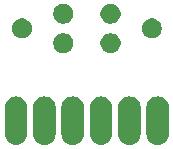
<source format=gbr>
%TF.GenerationSoftware,KiCad,Pcbnew,(5.0.1)-3*%
%TF.CreationDate,2018-12-01T22:01:47+01:00*%
%TF.ProjectId,SlimMPX,536C696D4D50582E6B696361645F7063,rev?*%
%TF.SameCoordinates,Original*%
%TF.FileFunction,Soldermask,Top*%
%TF.FilePolarity,Negative*%
%FSLAX46Y46*%
G04 Gerber Fmt 4.6, Leading zero omitted, Abs format (unit mm)*
G04 Created by KiCad (PCBNEW (5.0.1)-3) date 01/12/2018 22:01:47*
%MOMM*%
%LPD*%
G01*
G04 APERTURE LIST*
%ADD10C,0.100000*%
G04 APERTURE END LIST*
D10*
G36*
X104586424Y-109262760D02*
X104586427Y-109262761D01*
X104586428Y-109262761D01*
X104765692Y-109317140D01*
X104765694Y-109317141D01*
X104765697Y-109317142D01*
X104930904Y-109405446D01*
X105075712Y-109524288D01*
X105194552Y-109669095D01*
X105282859Y-109834305D01*
X105337240Y-110013575D01*
X105351000Y-110153282D01*
X105351000Y-112446718D01*
X105337240Y-112586425D01*
X105282859Y-112765695D01*
X105194552Y-112930905D01*
X105075712Y-113075712D01*
X104930905Y-113194552D01*
X104930903Y-113194553D01*
X104765693Y-113282860D01*
X104586429Y-113337239D01*
X104586428Y-113337239D01*
X104586425Y-113337240D01*
X104400000Y-113355601D01*
X104213576Y-113337240D01*
X104213573Y-113337239D01*
X104213572Y-113337239D01*
X104034308Y-113282860D01*
X103869098Y-113194553D01*
X103869096Y-113194552D01*
X103724289Y-113075712D01*
X103605449Y-112930905D01*
X103517142Y-112765695D01*
X103462761Y-112586425D01*
X103449001Y-112446718D01*
X103449000Y-110153283D01*
X103462760Y-110013576D01*
X103462761Y-110013572D01*
X103517140Y-109834308D01*
X103517141Y-109834306D01*
X103517142Y-109834303D01*
X103605446Y-109669096D01*
X103724288Y-109524288D01*
X103869095Y-109405448D01*
X104034305Y-109317141D01*
X104034307Y-109317140D01*
X104213571Y-109262761D01*
X104213572Y-109262761D01*
X104213575Y-109262760D01*
X104400000Y-109244399D01*
X104586424Y-109262760D01*
X104586424Y-109262760D01*
G37*
G36*
X114186424Y-109262760D02*
X114186427Y-109262761D01*
X114186428Y-109262761D01*
X114365692Y-109317140D01*
X114365694Y-109317141D01*
X114365697Y-109317142D01*
X114530904Y-109405446D01*
X114675712Y-109524288D01*
X114794552Y-109669095D01*
X114882859Y-109834305D01*
X114937240Y-110013575D01*
X114951000Y-110153282D01*
X114951000Y-112446718D01*
X114937240Y-112586425D01*
X114882859Y-112765695D01*
X114794552Y-112930905D01*
X114675712Y-113075712D01*
X114530905Y-113194552D01*
X114530903Y-113194553D01*
X114365693Y-113282860D01*
X114186429Y-113337239D01*
X114186428Y-113337239D01*
X114186425Y-113337240D01*
X114000000Y-113355601D01*
X113813576Y-113337240D01*
X113813573Y-113337239D01*
X113813572Y-113337239D01*
X113634308Y-113282860D01*
X113469098Y-113194553D01*
X113469096Y-113194552D01*
X113324289Y-113075712D01*
X113205449Y-112930905D01*
X113117142Y-112765695D01*
X113062761Y-112586425D01*
X113049001Y-112446718D01*
X113049000Y-110153283D01*
X113062760Y-110013576D01*
X113062761Y-110013572D01*
X113117140Y-109834308D01*
X113117141Y-109834306D01*
X113117142Y-109834303D01*
X113205446Y-109669096D01*
X113324288Y-109524288D01*
X113469095Y-109405448D01*
X113634305Y-109317141D01*
X113634307Y-109317140D01*
X113813571Y-109262761D01*
X113813572Y-109262761D01*
X113813575Y-109262760D01*
X114000000Y-109244399D01*
X114186424Y-109262760D01*
X114186424Y-109262760D01*
G37*
G36*
X111786424Y-109262760D02*
X111786427Y-109262761D01*
X111786428Y-109262761D01*
X111965692Y-109317140D01*
X111965694Y-109317141D01*
X111965697Y-109317142D01*
X112130904Y-109405446D01*
X112275712Y-109524288D01*
X112394552Y-109669095D01*
X112482859Y-109834305D01*
X112537240Y-110013575D01*
X112551000Y-110153282D01*
X112551000Y-112446718D01*
X112537240Y-112586425D01*
X112482859Y-112765695D01*
X112394552Y-112930905D01*
X112275712Y-113075712D01*
X112130905Y-113194552D01*
X112130903Y-113194553D01*
X111965693Y-113282860D01*
X111786429Y-113337239D01*
X111786428Y-113337239D01*
X111786425Y-113337240D01*
X111600000Y-113355601D01*
X111413576Y-113337240D01*
X111413573Y-113337239D01*
X111413572Y-113337239D01*
X111234308Y-113282860D01*
X111069098Y-113194553D01*
X111069096Y-113194552D01*
X110924289Y-113075712D01*
X110805449Y-112930905D01*
X110717142Y-112765695D01*
X110662761Y-112586425D01*
X110649001Y-112446718D01*
X110649000Y-110153283D01*
X110662760Y-110013576D01*
X110662761Y-110013572D01*
X110717140Y-109834308D01*
X110717141Y-109834306D01*
X110717142Y-109834303D01*
X110805446Y-109669096D01*
X110924288Y-109524288D01*
X111069095Y-109405448D01*
X111234305Y-109317141D01*
X111234307Y-109317140D01*
X111413571Y-109262761D01*
X111413572Y-109262761D01*
X111413575Y-109262760D01*
X111600000Y-109244399D01*
X111786424Y-109262760D01*
X111786424Y-109262760D01*
G37*
G36*
X102186424Y-109262760D02*
X102186427Y-109262761D01*
X102186428Y-109262761D01*
X102365692Y-109317140D01*
X102365694Y-109317141D01*
X102365697Y-109317142D01*
X102530904Y-109405446D01*
X102675712Y-109524288D01*
X102794552Y-109669095D01*
X102882859Y-109834305D01*
X102937240Y-110013575D01*
X102951000Y-110153282D01*
X102951000Y-112446718D01*
X102937240Y-112586425D01*
X102882859Y-112765695D01*
X102794552Y-112930905D01*
X102675712Y-113075712D01*
X102530905Y-113194552D01*
X102530903Y-113194553D01*
X102365693Y-113282860D01*
X102186429Y-113337239D01*
X102186428Y-113337239D01*
X102186425Y-113337240D01*
X102000000Y-113355601D01*
X101813576Y-113337240D01*
X101813573Y-113337239D01*
X101813572Y-113337239D01*
X101634308Y-113282860D01*
X101469098Y-113194553D01*
X101469096Y-113194552D01*
X101324289Y-113075712D01*
X101205449Y-112930905D01*
X101117142Y-112765695D01*
X101062761Y-112586425D01*
X101049001Y-112446718D01*
X101049000Y-110153283D01*
X101062760Y-110013576D01*
X101062761Y-110013572D01*
X101117140Y-109834308D01*
X101117141Y-109834306D01*
X101117142Y-109834303D01*
X101205446Y-109669096D01*
X101324288Y-109524288D01*
X101469095Y-109405448D01*
X101634305Y-109317141D01*
X101634307Y-109317140D01*
X101813571Y-109262761D01*
X101813572Y-109262761D01*
X101813575Y-109262760D01*
X102000000Y-109244399D01*
X102186424Y-109262760D01*
X102186424Y-109262760D01*
G37*
G36*
X109386424Y-109262760D02*
X109386427Y-109262761D01*
X109386428Y-109262761D01*
X109565692Y-109317140D01*
X109565694Y-109317141D01*
X109565697Y-109317142D01*
X109730904Y-109405446D01*
X109875712Y-109524288D01*
X109994552Y-109669095D01*
X110082859Y-109834305D01*
X110137240Y-110013575D01*
X110151000Y-110153282D01*
X110151000Y-112446718D01*
X110137240Y-112586425D01*
X110082859Y-112765695D01*
X109994552Y-112930905D01*
X109875712Y-113075712D01*
X109730905Y-113194552D01*
X109730903Y-113194553D01*
X109565693Y-113282860D01*
X109386429Y-113337239D01*
X109386428Y-113337239D01*
X109386425Y-113337240D01*
X109200000Y-113355601D01*
X109013576Y-113337240D01*
X109013573Y-113337239D01*
X109013572Y-113337239D01*
X108834308Y-113282860D01*
X108669098Y-113194553D01*
X108669096Y-113194552D01*
X108524289Y-113075712D01*
X108405449Y-112930905D01*
X108317142Y-112765695D01*
X108262761Y-112586425D01*
X108249001Y-112446718D01*
X108249000Y-110153283D01*
X108262760Y-110013576D01*
X108262761Y-110013572D01*
X108317140Y-109834308D01*
X108317141Y-109834306D01*
X108317142Y-109834303D01*
X108405446Y-109669096D01*
X108524288Y-109524288D01*
X108669095Y-109405448D01*
X108834305Y-109317141D01*
X108834307Y-109317140D01*
X109013571Y-109262761D01*
X109013572Y-109262761D01*
X109013575Y-109262760D01*
X109200000Y-109244399D01*
X109386424Y-109262760D01*
X109386424Y-109262760D01*
G37*
G36*
X106986424Y-109262760D02*
X106986427Y-109262761D01*
X106986428Y-109262761D01*
X107165692Y-109317140D01*
X107165694Y-109317141D01*
X107165697Y-109317142D01*
X107330904Y-109405446D01*
X107475712Y-109524288D01*
X107594552Y-109669095D01*
X107682859Y-109834305D01*
X107737240Y-110013575D01*
X107751000Y-110153282D01*
X107751000Y-112446718D01*
X107737240Y-112586425D01*
X107682859Y-112765695D01*
X107594552Y-112930905D01*
X107475712Y-113075712D01*
X107330905Y-113194552D01*
X107330903Y-113194553D01*
X107165693Y-113282860D01*
X106986429Y-113337239D01*
X106986428Y-113337239D01*
X106986425Y-113337240D01*
X106800000Y-113355601D01*
X106613576Y-113337240D01*
X106613573Y-113337239D01*
X106613572Y-113337239D01*
X106434308Y-113282860D01*
X106269098Y-113194553D01*
X106269096Y-113194552D01*
X106124289Y-113075712D01*
X106005449Y-112930905D01*
X105917142Y-112765695D01*
X105862761Y-112586425D01*
X105849001Y-112446718D01*
X105849000Y-110153283D01*
X105862760Y-110013576D01*
X105862761Y-110013572D01*
X105917140Y-109834308D01*
X105917141Y-109834306D01*
X105917142Y-109834303D01*
X106005446Y-109669096D01*
X106124288Y-109524288D01*
X106269095Y-109405448D01*
X106434305Y-109317141D01*
X106434307Y-109317140D01*
X106613571Y-109262761D01*
X106613572Y-109262761D01*
X106613575Y-109262760D01*
X106800000Y-109244399D01*
X106986424Y-109262760D01*
X106986424Y-109262760D01*
G37*
G36*
X106248228Y-103931703D02*
X106403100Y-103995853D01*
X106542481Y-104088985D01*
X106661015Y-104207519D01*
X106754147Y-104346900D01*
X106818297Y-104501772D01*
X106851000Y-104666184D01*
X106851000Y-104833816D01*
X106818297Y-104998228D01*
X106754147Y-105153100D01*
X106661015Y-105292481D01*
X106542481Y-105411015D01*
X106403100Y-105504147D01*
X106248228Y-105568297D01*
X106083816Y-105601000D01*
X105916184Y-105601000D01*
X105751772Y-105568297D01*
X105596900Y-105504147D01*
X105457519Y-105411015D01*
X105338985Y-105292481D01*
X105245853Y-105153100D01*
X105181703Y-104998228D01*
X105149000Y-104833816D01*
X105149000Y-104666184D01*
X105181703Y-104501772D01*
X105245853Y-104346900D01*
X105338985Y-104207519D01*
X105457519Y-104088985D01*
X105596900Y-103995853D01*
X105751772Y-103931703D01*
X105916184Y-103899000D01*
X106083816Y-103899000D01*
X106248228Y-103931703D01*
X106248228Y-103931703D01*
G37*
G36*
X110248228Y-103931703D02*
X110403100Y-103995853D01*
X110542481Y-104088985D01*
X110661015Y-104207519D01*
X110754147Y-104346900D01*
X110818297Y-104501772D01*
X110851000Y-104666184D01*
X110851000Y-104833816D01*
X110818297Y-104998228D01*
X110754147Y-105153100D01*
X110661015Y-105292481D01*
X110542481Y-105411015D01*
X110403100Y-105504147D01*
X110248228Y-105568297D01*
X110083816Y-105601000D01*
X109916184Y-105601000D01*
X109751772Y-105568297D01*
X109596900Y-105504147D01*
X109457519Y-105411015D01*
X109338985Y-105292481D01*
X109245853Y-105153100D01*
X109181703Y-104998228D01*
X109149000Y-104833816D01*
X109149000Y-104666184D01*
X109181703Y-104501772D01*
X109245853Y-104346900D01*
X109338985Y-104207519D01*
X109457519Y-104088985D01*
X109596900Y-103995853D01*
X109751772Y-103931703D01*
X109916184Y-103899000D01*
X110083816Y-103899000D01*
X110248228Y-103931703D01*
X110248228Y-103931703D01*
G37*
G36*
X113748228Y-102681703D02*
X113903100Y-102745853D01*
X114042481Y-102838985D01*
X114161015Y-102957519D01*
X114254147Y-103096900D01*
X114318297Y-103251772D01*
X114351000Y-103416184D01*
X114351000Y-103583816D01*
X114318297Y-103748228D01*
X114254147Y-103903100D01*
X114161015Y-104042481D01*
X114042481Y-104161015D01*
X113903100Y-104254147D01*
X113748228Y-104318297D01*
X113583816Y-104351000D01*
X113416184Y-104351000D01*
X113251772Y-104318297D01*
X113096900Y-104254147D01*
X112957519Y-104161015D01*
X112838985Y-104042481D01*
X112745853Y-103903100D01*
X112681703Y-103748228D01*
X112649000Y-103583816D01*
X112649000Y-103416184D01*
X112681703Y-103251772D01*
X112745853Y-103096900D01*
X112838985Y-102957519D01*
X112957519Y-102838985D01*
X113096900Y-102745853D01*
X113251772Y-102681703D01*
X113416184Y-102649000D01*
X113583816Y-102649000D01*
X113748228Y-102681703D01*
X113748228Y-102681703D01*
G37*
G36*
X102748228Y-102681703D02*
X102903100Y-102745853D01*
X103042481Y-102838985D01*
X103161015Y-102957519D01*
X103254147Y-103096900D01*
X103318297Y-103251772D01*
X103351000Y-103416184D01*
X103351000Y-103583816D01*
X103318297Y-103748228D01*
X103254147Y-103903100D01*
X103161015Y-104042481D01*
X103042481Y-104161015D01*
X102903100Y-104254147D01*
X102748228Y-104318297D01*
X102583816Y-104351000D01*
X102416184Y-104351000D01*
X102251772Y-104318297D01*
X102096900Y-104254147D01*
X101957519Y-104161015D01*
X101838985Y-104042481D01*
X101745853Y-103903100D01*
X101681703Y-103748228D01*
X101649000Y-103583816D01*
X101649000Y-103416184D01*
X101681703Y-103251772D01*
X101745853Y-103096900D01*
X101838985Y-102957519D01*
X101957519Y-102838985D01*
X102096900Y-102745853D01*
X102251772Y-102681703D01*
X102416184Y-102649000D01*
X102583816Y-102649000D01*
X102748228Y-102681703D01*
X102748228Y-102681703D01*
G37*
G36*
X106248228Y-101431703D02*
X106403100Y-101495853D01*
X106542481Y-101588985D01*
X106661015Y-101707519D01*
X106754147Y-101846900D01*
X106818297Y-102001772D01*
X106851000Y-102166184D01*
X106851000Y-102333816D01*
X106818297Y-102498228D01*
X106754147Y-102653100D01*
X106661015Y-102792481D01*
X106542481Y-102911015D01*
X106403100Y-103004147D01*
X106248228Y-103068297D01*
X106083816Y-103101000D01*
X105916184Y-103101000D01*
X105751772Y-103068297D01*
X105596900Y-103004147D01*
X105457519Y-102911015D01*
X105338985Y-102792481D01*
X105245853Y-102653100D01*
X105181703Y-102498228D01*
X105149000Y-102333816D01*
X105149000Y-102166184D01*
X105181703Y-102001772D01*
X105245853Y-101846900D01*
X105338985Y-101707519D01*
X105457519Y-101588985D01*
X105596900Y-101495853D01*
X105751772Y-101431703D01*
X105916184Y-101399000D01*
X106083816Y-101399000D01*
X106248228Y-101431703D01*
X106248228Y-101431703D01*
G37*
G36*
X110248228Y-101431703D02*
X110403100Y-101495853D01*
X110542481Y-101588985D01*
X110661015Y-101707519D01*
X110754147Y-101846900D01*
X110818297Y-102001772D01*
X110851000Y-102166184D01*
X110851000Y-102333816D01*
X110818297Y-102498228D01*
X110754147Y-102653100D01*
X110661015Y-102792481D01*
X110542481Y-102911015D01*
X110403100Y-103004147D01*
X110248228Y-103068297D01*
X110083816Y-103101000D01*
X109916184Y-103101000D01*
X109751772Y-103068297D01*
X109596900Y-103004147D01*
X109457519Y-102911015D01*
X109338985Y-102792481D01*
X109245853Y-102653100D01*
X109181703Y-102498228D01*
X109149000Y-102333816D01*
X109149000Y-102166184D01*
X109181703Y-102001772D01*
X109245853Y-101846900D01*
X109338985Y-101707519D01*
X109457519Y-101588985D01*
X109596900Y-101495853D01*
X109751772Y-101431703D01*
X109916184Y-101399000D01*
X110083816Y-101399000D01*
X110248228Y-101431703D01*
X110248228Y-101431703D01*
G37*
M02*

</source>
